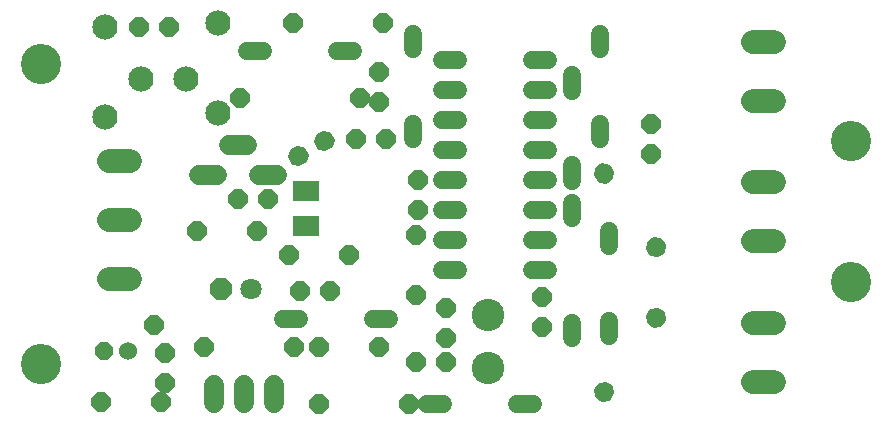
<source format=gts>
G75*
%MOIN*%
%OFA0B0*%
%FSLAX25Y25*%
%IPPOS*%
%LPD*%
%AMOC8*
5,1,8,0,0,1.08239X$1,22.5*
%
%ADD10C,0.13398*%
%ADD11OC8,0.06000*%
%ADD12C,0.06000*%
%ADD13OC8,0.07100*%
%ADD14C,0.07100*%
%ADD15OC8,0.06400*%
%ADD16C,0.08400*%
%ADD17C,0.01280*%
%ADD18C,0.06000*%
%ADD19C,0.07850*%
%ADD20R,0.08674X0.06706*%
%ADD21C,0.06800*%
%ADD22C,0.10800*%
D10*
X0038930Y0060655D03*
X0038930Y0160655D03*
X0308930Y0135030D03*
X0308930Y0088155D03*
D11*
X0059930Y0065030D03*
D12*
X0067930Y0065030D03*
D13*
X0098930Y0085655D03*
D14*
X0108930Y0085655D03*
D15*
X0058930Y0048155D03*
X0078930Y0048155D03*
X0080180Y0054405D03*
X0080180Y0064405D03*
X0076430Y0073780D03*
X0093305Y0066280D03*
X0123305Y0066280D03*
X0131430Y0066280D03*
X0151430Y0066280D03*
X0163930Y0061280D03*
X0173930Y0061280D03*
X0173930Y0069405D03*
X0173930Y0079405D03*
X0163930Y0083780D03*
X0141430Y0096905D03*
X0135180Y0085030D03*
X0125180Y0085030D03*
X0121430Y0096905D03*
X0110805Y0105030D03*
X0114555Y0115655D03*
X0104555Y0115655D03*
X0090805Y0105030D03*
X0143930Y0135655D03*
X0153930Y0135655D03*
X0151430Y0148155D03*
X0145180Y0149405D03*
X0151430Y0158155D03*
X0152680Y0174405D03*
X0122680Y0174405D03*
X0105180Y0149405D03*
X0081430Y0173155D03*
X0071430Y0173155D03*
X0164555Y0121905D03*
X0164555Y0111905D03*
X0163930Y0103780D03*
X0205805Y0083155D03*
X0205805Y0073155D03*
X0161430Y0047530D03*
X0131430Y0047530D03*
X0242055Y0130655D03*
X0242055Y0140655D03*
D16*
X0097680Y0144405D03*
X0087055Y0155655D03*
X0072055Y0155655D03*
X0060180Y0143155D03*
X0060180Y0173155D03*
X0097680Y0174405D03*
D17*
X0131153Y0135308D02*
X0130513Y0134668D01*
X0131063Y0136717D01*
X0132898Y0137777D01*
X0134947Y0137227D01*
X0136007Y0135392D01*
X0135457Y0133343D01*
X0133622Y0132283D01*
X0131573Y0132833D01*
X0130513Y0134668D01*
X0131544Y0134804D01*
X0131887Y0136084D01*
X0133034Y0136746D01*
X0134314Y0136403D01*
X0134976Y0135256D01*
X0134633Y0133976D01*
X0133486Y0133314D01*
X0132206Y0133657D01*
X0131544Y0134804D01*
X0132574Y0134940D01*
X0132711Y0135451D01*
X0133170Y0135716D01*
X0133681Y0135579D01*
X0133946Y0135120D01*
X0133809Y0134609D01*
X0133350Y0134344D01*
X0132839Y0134481D01*
X0132574Y0134940D01*
X0122492Y0130308D02*
X0121852Y0129668D01*
X0122402Y0131717D01*
X0124237Y0132777D01*
X0126286Y0132227D01*
X0127346Y0130392D01*
X0126796Y0128343D01*
X0124961Y0127283D01*
X0122912Y0127833D01*
X0121852Y0129668D01*
X0122883Y0129804D01*
X0123226Y0131084D01*
X0124373Y0131746D01*
X0125653Y0131403D01*
X0126315Y0130256D01*
X0125972Y0128976D01*
X0124825Y0128314D01*
X0123545Y0128657D01*
X0122883Y0129804D01*
X0123913Y0129940D01*
X0124050Y0130451D01*
X0124509Y0130716D01*
X0125020Y0130579D01*
X0125285Y0130120D01*
X0125148Y0129609D01*
X0124689Y0129344D01*
X0124178Y0129481D01*
X0123913Y0129940D01*
X0226616Y0126257D02*
X0225976Y0126897D01*
X0228065Y0126528D01*
X0229281Y0124792D01*
X0228912Y0122703D01*
X0227176Y0121487D01*
X0225087Y0121856D01*
X0223871Y0123592D01*
X0224240Y0125681D01*
X0225976Y0126897D01*
X0226201Y0125882D01*
X0227506Y0125652D01*
X0228266Y0124567D01*
X0228036Y0123262D01*
X0226951Y0122502D01*
X0225646Y0122732D01*
X0224886Y0123817D01*
X0225116Y0125122D01*
X0226201Y0125882D01*
X0226426Y0124868D01*
X0226948Y0124776D01*
X0227252Y0124342D01*
X0227160Y0123820D01*
X0226726Y0123516D01*
X0226204Y0123608D01*
X0225900Y0124042D01*
X0225992Y0124564D01*
X0226426Y0124868D01*
X0243823Y0101683D02*
X0243183Y0102323D01*
X0245272Y0101954D01*
X0246488Y0100218D01*
X0246119Y0098129D01*
X0244383Y0096913D01*
X0242294Y0097282D01*
X0241078Y0099018D01*
X0241447Y0101107D01*
X0243183Y0102323D01*
X0243408Y0101308D01*
X0244713Y0101078D01*
X0245473Y0099993D01*
X0245243Y0098688D01*
X0244158Y0097928D01*
X0242853Y0098158D01*
X0242093Y0099243D01*
X0242323Y0100548D01*
X0243408Y0101308D01*
X0243633Y0100294D01*
X0244155Y0100202D01*
X0244459Y0099768D01*
X0244367Y0099246D01*
X0243933Y0098942D01*
X0243411Y0099034D01*
X0243107Y0099468D01*
X0243199Y0099990D01*
X0243633Y0100294D01*
X0242087Y0075218D02*
X0241447Y0074578D01*
X0241078Y0076667D01*
X0242294Y0078403D01*
X0244383Y0078772D01*
X0246119Y0077556D01*
X0246488Y0075467D01*
X0245272Y0073731D01*
X0243183Y0073362D01*
X0241447Y0074578D01*
X0242323Y0075137D01*
X0242093Y0076442D01*
X0242853Y0077527D01*
X0244158Y0077757D01*
X0245243Y0076997D01*
X0245473Y0075692D01*
X0244713Y0074607D01*
X0243408Y0074377D01*
X0242323Y0075137D01*
X0243199Y0075695D01*
X0243107Y0076217D01*
X0243411Y0076651D01*
X0243933Y0076743D01*
X0244367Y0076439D01*
X0244459Y0075917D01*
X0244155Y0075483D01*
X0243633Y0075391D01*
X0243199Y0075695D01*
X0224880Y0050644D02*
X0224240Y0050004D01*
X0223871Y0052093D01*
X0225087Y0053829D01*
X0227176Y0054198D01*
X0228912Y0052982D01*
X0229281Y0050893D01*
X0228065Y0049157D01*
X0225976Y0048788D01*
X0224240Y0050004D01*
X0225116Y0050563D01*
X0224886Y0051868D01*
X0225646Y0052953D01*
X0226951Y0053183D01*
X0228036Y0052423D01*
X0228266Y0051118D01*
X0227506Y0050033D01*
X0226201Y0049803D01*
X0225116Y0050563D01*
X0225992Y0051121D01*
X0225900Y0051643D01*
X0226204Y0052077D01*
X0226726Y0052169D01*
X0227160Y0051865D01*
X0227252Y0051343D01*
X0226948Y0050909D01*
X0226426Y0050817D01*
X0225992Y0051121D01*
D18*
X0202780Y0047530D02*
X0197580Y0047530D01*
X0172780Y0047530D02*
X0167580Y0047530D01*
X0154655Y0075655D02*
X0149455Y0075655D01*
X0124655Y0075655D02*
X0119455Y0075655D01*
X0172580Y0091905D02*
X0177780Y0091905D01*
X0177780Y0101905D02*
X0172580Y0101905D01*
X0172580Y0111905D02*
X0177780Y0111905D01*
X0177780Y0121905D02*
X0172580Y0121905D01*
X0172580Y0131905D02*
X0177780Y0131905D01*
X0177780Y0141905D02*
X0172580Y0141905D01*
X0162680Y0140755D02*
X0162680Y0135555D01*
X0172580Y0151905D02*
X0177780Y0151905D01*
X0177780Y0161905D02*
X0172580Y0161905D01*
X0162680Y0165555D02*
X0162680Y0170755D01*
X0142780Y0165030D02*
X0137580Y0165030D01*
X0112780Y0165030D02*
X0107580Y0165030D01*
X0202580Y0161905D02*
X0207780Y0161905D01*
X0215805Y0157005D02*
X0215805Y0151805D01*
X0207780Y0151905D02*
X0202580Y0151905D01*
X0202580Y0141905D02*
X0207780Y0141905D01*
X0207780Y0131905D02*
X0202580Y0131905D01*
X0215805Y0127005D02*
X0215805Y0121805D01*
X0207780Y0121905D02*
X0202580Y0121905D01*
X0215805Y0114505D02*
X0215805Y0109305D01*
X0207780Y0111905D02*
X0202580Y0111905D01*
X0202580Y0101905D02*
X0207780Y0101905D01*
X0207780Y0091905D02*
X0202580Y0091905D01*
X0228305Y0099930D02*
X0228305Y0105130D01*
X0225180Y0135555D02*
X0225180Y0140755D01*
X0225180Y0165555D02*
X0225180Y0170755D01*
X0228305Y0075130D02*
X0228305Y0069930D01*
X0215805Y0069305D02*
X0215805Y0074505D01*
D19*
X0276030Y0074248D02*
X0283080Y0074248D01*
X0283080Y0054563D02*
X0276030Y0054563D01*
X0276030Y0101750D02*
X0283080Y0101750D01*
X0283080Y0121435D02*
X0276030Y0121435D01*
X0276030Y0148313D02*
X0283080Y0148313D01*
X0283080Y0167998D02*
X0276030Y0167998D01*
X0068626Y0128465D02*
X0061576Y0128465D01*
X0061576Y0108780D02*
X0068626Y0108780D01*
X0068626Y0089095D02*
X0061576Y0089095D01*
D20*
X0127055Y0106625D03*
X0127055Y0118436D03*
D21*
X0117555Y0123780D02*
X0111555Y0123780D01*
X0097555Y0123780D02*
X0091555Y0123780D01*
X0101555Y0133780D02*
X0107555Y0133780D01*
X0106430Y0053655D02*
X0106430Y0047655D01*
X0116430Y0047655D02*
X0116430Y0053655D01*
X0096430Y0053655D02*
X0096430Y0047655D01*
D22*
X0187680Y0059405D03*
X0187680Y0076905D03*
M02*

</source>
